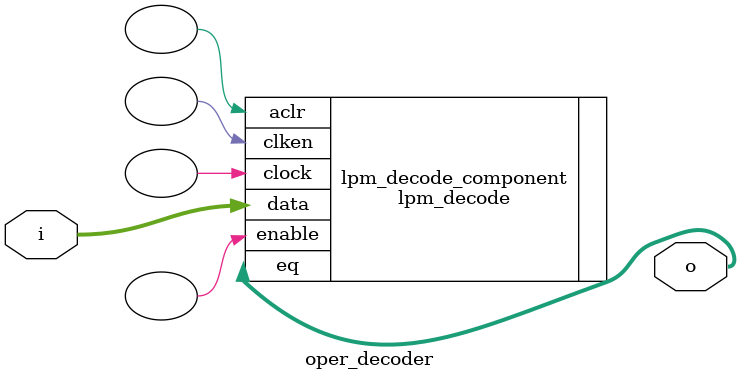
<source format=v>
module oper_decoder ( i, o);
	parameter width_i = 6;
	parameter width_o = 6;
	input	[width_i-1:0]  i;
	output	[width_o-1:0] o;
   initial
    begin
        // check if width_i > 0
        if (width_i <= 0)
            $display("Error!  width_i must be greater than 0.\n");
        if (width_o <= 0)
            $display("Error!  width_o must be greater than 0.\n");
    end
	lpm_decode	lpm_decode_component (
				.data (i),
				.eq (o),
				.enable (),
			    .clock (),
    			.aclr (),
    			.clken ()
				);
	defparam
		lpm_decode_component.lpm_width = width_i,
		lpm_decode_component.lpm_decodes = width_o,
		lpm_decode_component.lpm_type = "LPM_DECODE";
endmodule
</source>
